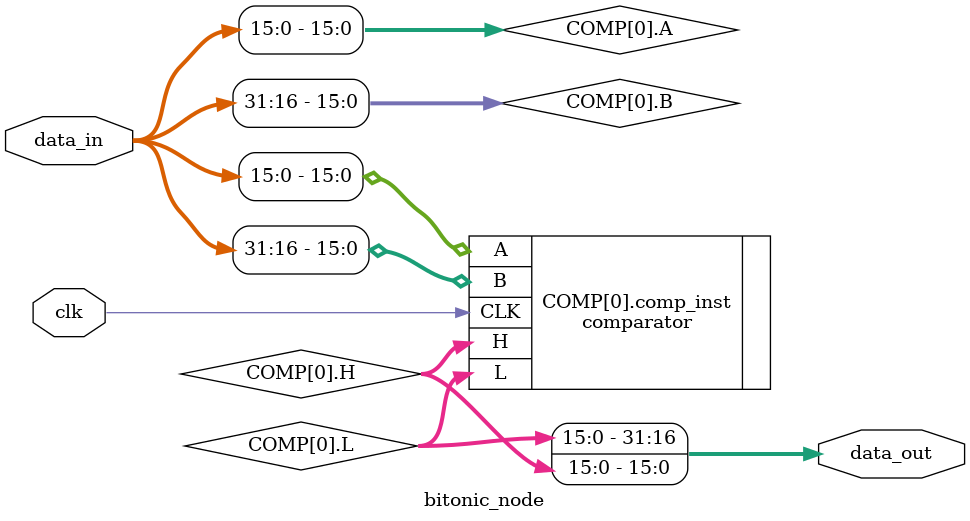
<source format=v>
`timescale 1ns / 1ps

module bitonic_node #(
	parameter DATA_WIDTH = 16,
	parameter ORDER = 0,
	parameter POLARITY = 0,
	parameter SIGNED = 0
)
(
	input wire clk,
	input wire [DATA_WIDTH*2**(ORDER+1)-1:0]data_in,
	output wire [DATA_WIDTH*2**(ORDER+1)-1:0]data_out
);

localparam COMP_NUM = 2**ORDER;

genvar i;

generate 
	for (i = 0; i < COMP_NUM; i = i + 1) begin: COMP
		wire [DATA_WIDTH-1:0]A;
		wire [DATA_WIDTH-1:0]B;
		wire [DATA_WIDTH-1:0]H;
		wire [DATA_WIDTH-1:0]L;
		
		assign A = data_in[DATA_WIDTH*(i + 1 + COMP_NUM * 0)-1-:DATA_WIDTH];
		assign B = data_in[DATA_WIDTH*(i + 1 + COMP_NUM * 1)-1-:DATA_WIDTH];
		assign data_out[DATA_WIDTH*(i + 1 + COMP_NUM * 0)-1-:DATA_WIDTH] = H;
		assign data_out[DATA_WIDTH*(i + 1 + COMP_NUM * 1)-1-:DATA_WIDTH] = L;

		comparator #(
			.DATA_WIDTH(DATA_WIDTH),
			.POLARITY(POLARITY),
			.SIGNED(SIGNED)
		) comp_inst (
			.CLK(clk),
			.A(A),
			.B(B),
			.H(H),
			.L(L)
		);
	end
endgenerate

endmodule

</source>
